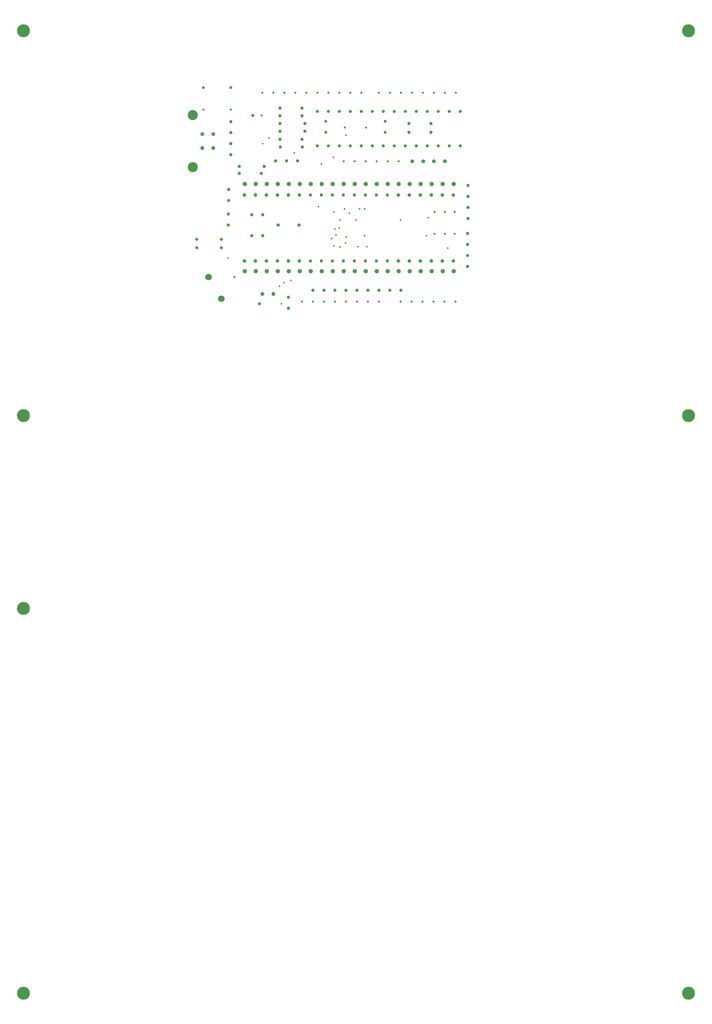
<source format=gbr>
G04 PROTEUS GERBER X2 FILE*
%TF.GenerationSoftware,Labcenter,Proteus,8.17-SP5-Build39395*%
%TF.CreationDate,2026-01-10T11:00:32+00:00*%
%TF.FileFunction,Plated,1,2,PTH*%
%TF.FilePolarity,Positive*%
%TF.Part,Single*%
%TF.SameCoordinates,{bf2e7aaa-9c56-4ce5-bc4f-43878dba84a3}*%
%FSLAX45Y45*%
%MOMM*%
G01*
%TA.AperFunction,ViaDrill*%
%ADD159C,0.381000*%
%TA.AperFunction,MechanicalDrill*%
%ADD160C,3.000000*%
%TA.AperFunction,ComponentDrill*%
%ADD161C,1.016000*%
%TA.AperFunction,ComponentDrill*%
%ADD162C,0.812800*%
%ADD163C,0.762000*%
%TA.AperFunction,ComponentDrill*%
%ADD164C,0.508000*%
%ADD165C,1.524000*%
%TA.AperFunction,ComponentDrill*%
%ADD166C,0.635000*%
%TA.AperFunction,ComponentDrill*%
%ADD167C,0.730000*%
%TA.AperFunction,ComponentDrill*%
%ADD168C,0.700000*%
%ADD169C,0.500000*%
%ADD170C,0.870000*%
%TA.AperFunction,ComponentDrill*%
%ADD171C,0.914400*%
%ADD172C,2.311400*%
%TA.AperFunction,ComponentDrill*%
%ADD173C,0.787400*%
%ADD174C,0.381000*%
%ADD175C,0.711200*%
%TD.AperFunction*%
D159*
X-2922584Y+5866649D03*
X-2112782Y+8505784D03*
X-190500Y+8699500D03*
X-1968500Y+8636000D03*
X+286426Y+6129503D03*
X+87804Y+6129396D03*
X+243174Y+7003499D03*
X+122872Y+7003315D03*
X+1673111Y+6383020D03*
X+2159000Y+6096000D03*
X+1714500Y+6794500D03*
X-471621Y+6924491D03*
X-480000Y+8195527D03*
X-825500Y+7048500D03*
X+239984Y+6380004D03*
X-1458470Y+5347432D03*
X-1623472Y+5300000D03*
X-444501Y+6539124D03*
X-329405Y+6745229D03*
X+36253Y+6745229D03*
X+1069845Y+6745229D03*
X-760033Y+8041280D03*
X-1383120Y+8294963D03*
X-423853Y+6397102D03*
X-474168Y+6143364D03*
X-118977Y+6897631D03*
X-525516Y+6315509D03*
X-230011Y+7001982D03*
X-183144Y+6351238D03*
X-340626Y+6558191D03*
X-327275Y+6120730D03*
X-196497Y+6217719D03*
X-1723266Y+5212428D03*
D160*
X+7724100Y+11114700D03*
X+7724100Y+2224700D03*
X-7642900Y+11114700D03*
X-7642900Y+2224700D03*
X+7724100Y-11115300D03*
X-7642900Y-2225300D03*
X-7642900Y-11115300D03*
D161*
X-2528000Y+5560000D03*
X-2274000Y+5560000D03*
X-2020000Y+5560000D03*
X-1766000Y+5560000D03*
X-1512000Y+5560000D03*
X-1258000Y+5560000D03*
X-1004000Y+5560000D03*
X-750000Y+5560000D03*
X-496000Y+5560000D03*
X-242000Y+5560000D03*
X+12000Y+5560000D03*
X+266000Y+5560000D03*
X+520000Y+5560000D03*
X+774000Y+5560000D03*
X+1028000Y+5560000D03*
X+1282000Y+5560000D03*
X+1536000Y+5560000D03*
X+1790000Y+5560000D03*
X+2044000Y+5560000D03*
X+2298000Y+5560000D03*
D162*
X+2292837Y+7324000D03*
X+2038837Y+7324000D03*
X+1784837Y+7324000D03*
X+1530837Y+7324000D03*
X+1276837Y+7324000D03*
X+1022837Y+7324000D03*
D163*
X+768837Y+7324000D03*
X+514837Y+7324000D03*
X+260837Y+7324000D03*
X+6837Y+7324000D03*
X-247163Y+7324000D03*
X-501163Y+7324000D03*
X-755163Y+7324000D03*
X-1009163Y+7324000D03*
D162*
X-1263163Y+7324000D03*
X-1517163Y+7324000D03*
X-1771163Y+7324000D03*
X-2025163Y+7324000D03*
X-2279163Y+7324000D03*
X-2533163Y+7324000D03*
X-2533163Y+5800000D03*
X-2279163Y+5800000D03*
X-2025163Y+5800000D03*
X-1771163Y+5800000D03*
X-1517163Y+5800000D03*
X-1263163Y+5800000D03*
D163*
X-1009163Y+5800000D03*
X-755163Y+5800000D03*
X-501163Y+5800000D03*
X-247163Y+5800000D03*
X+6837Y+5800000D03*
X+260837Y+5800000D03*
X+514837Y+5800000D03*
X+768837Y+5800000D03*
D162*
X+1022837Y+5800000D03*
X+1276837Y+5800000D03*
X+1530837Y+5800000D03*
X+1784837Y+5800000D03*
X+2038837Y+5800000D03*
X+2292837Y+5800000D03*
D161*
X+2293000Y+7580000D03*
X+2039000Y+7580000D03*
X+1785000Y+7580000D03*
X+1531000Y+7580000D03*
X+1277000Y+7580000D03*
X+1023000Y+7580000D03*
X+769000Y+7580000D03*
X+515000Y+7580000D03*
X+261000Y+7580000D03*
X+7000Y+7580000D03*
X-247000Y+7580000D03*
X-501000Y+7580000D03*
X-755000Y+7580000D03*
X-1009000Y+7580000D03*
X-1263000Y+7580000D03*
X-1517000Y+7580000D03*
X-1771000Y+7580000D03*
X-2025000Y+7580000D03*
X-2279000Y+7580000D03*
X-2533000Y+7580000D03*
D164*
X-2770000Y+5430000D03*
D165*
X-3370000Y+5430000D03*
X-3070000Y+4930000D03*
D163*
X-1520000Y+4710000D03*
X-1520000Y+4964000D03*
D166*
X-662000Y+8769000D03*
X-662000Y+9023000D03*
D164*
X+269605Y+8882000D03*
X-218395Y+8882000D03*
D167*
X+2446000Y+9254000D03*
X+2192000Y+9254000D03*
X+1938000Y+9254000D03*
X+1684000Y+9254000D03*
X+1430000Y+9254000D03*
X+1176000Y+9254000D03*
X+922000Y+9254000D03*
X+668000Y+9254000D03*
X+414000Y+9254000D03*
X+160000Y+9254000D03*
X-94000Y+9254000D03*
X-348000Y+9254000D03*
X-602000Y+9254000D03*
X-856000Y+9254000D03*
X-856000Y+8460000D03*
X-602000Y+8460000D03*
X-348000Y+8460000D03*
X-94000Y+8460000D03*
X+160000Y+8460000D03*
X+414000Y+8460000D03*
X+668000Y+8460000D03*
X+922000Y+8460000D03*
X+1176000Y+8460000D03*
X+1430000Y+8460000D03*
X+1684000Y+8460000D03*
X+1938000Y+8460000D03*
X+2192000Y+8460000D03*
X+2446000Y+8460000D03*
D168*
X-2340000Y+9160000D03*
D169*
X-2140000Y+9160000D03*
D163*
X-1140000Y+8800000D03*
X-1712000Y+8800000D03*
X-1714000Y+8609598D03*
X-1206000Y+8609598D03*
D166*
X+710000Y+8770000D03*
X+710000Y+9024000D03*
D163*
X-1718000Y+9150000D03*
X-1210000Y+9150000D03*
X-1140000Y+8970000D03*
X-1712000Y+8970000D03*
D170*
X+1340000Y+8100000D03*
X+1594000Y+8100000D03*
X+1840000Y+8100000D03*
X+2094000Y+8100000D03*
D164*
X-2118726Y+9688000D03*
X-1864726Y+9688000D03*
X-1610726Y+9688000D03*
X-1356726Y+9688000D03*
X-1102726Y+9688000D03*
X-848726Y+9688000D03*
X-594726Y+9688000D03*
X-340726Y+9688000D03*
X-86726Y+9688000D03*
X+167274Y+9688000D03*
X+573674Y+9688000D03*
X+827674Y+9688000D03*
X+1081674Y+9688000D03*
X+1335674Y+9688000D03*
X+1589674Y+9688000D03*
X+1843674Y+9688000D03*
X+2097674Y+9688000D03*
X+2351674Y+9688000D03*
X-1204326Y+4862000D03*
X-950326Y+4862000D03*
X-696326Y+4862000D03*
X-442326Y+4862000D03*
X-188326Y+4862000D03*
X+65674Y+4862000D03*
X+319674Y+4862000D03*
X+573674Y+4862000D03*
X+1071674Y+4862000D03*
X+1325674Y+4862000D03*
X+1579674Y+4862000D03*
X+1833674Y+4862000D03*
X+2087674Y+4862000D03*
X+2341674Y+4862000D03*
D163*
X+2620000Y+6430000D03*
X+2620000Y+6176000D03*
X+2620000Y+5922000D03*
X+2620000Y+5668000D03*
X+2630000Y+7542000D03*
X+2630000Y+7288000D03*
X+2630000Y+7034000D03*
X+2630000Y+6780000D03*
X+1080000Y+5120000D03*
X+826000Y+5120000D03*
X+572000Y+5120000D03*
X-956000Y+5120000D03*
X-702000Y+5120000D03*
X-448000Y+5120000D03*
X-188000Y+5120000D03*
X+66000Y+5120000D03*
X+320000Y+5120000D03*
X-1306000Y+8110000D03*
X-1560000Y+8110000D03*
X-1814000Y+8110000D03*
D164*
X-244000Y+8100000D03*
X+10000Y+8100000D03*
X+264000Y+8100000D03*
X+518000Y+8100000D03*
X+772000Y+8100000D03*
X+1026000Y+8100000D03*
D163*
X-1708000Y+8430000D03*
X-1200000Y+8430000D03*
X-1720000Y+9330000D03*
X-1212000Y+9330000D03*
D169*
X+2090000Y+6930000D03*
X+2090000Y+6422000D03*
X+2320000Y+6930000D03*
X+2320000Y+6422000D03*
X+1860000Y+6930000D03*
X+1860000Y+6422000D03*
D163*
X-2850000Y+9020000D03*
X-2850000Y+8766000D03*
X-2850000Y+8512000D03*
X-2850000Y+8258000D03*
D164*
X-3485000Y+9293599D03*
D166*
X-3485000Y+9801599D03*
D164*
X-2850000Y+9293599D03*
D166*
X-2850000Y+9801599D03*
D171*
X-3260000Y+8409960D03*
X-3260000Y+8730000D03*
X-3508920Y+8730000D03*
X-3508920Y+8409960D03*
D172*
X-3732440Y+9171960D03*
X-3732440Y+7968000D03*
D163*
X-2652000Y+7980000D03*
X-2080000Y+7980000D03*
X-2658000Y+7820000D03*
X-2150000Y+7820000D03*
X-2110000Y+6380000D03*
X-2364000Y+6380000D03*
X-2364000Y+6870000D03*
X-2110000Y+6870000D03*
D173*
X-1762241Y+6625759D03*
X-1274241Y+6625759D03*
D168*
X-3640000Y+6300000D03*
X-3640000Y+6100000D03*
X-3070000Y+6300000D03*
X-3070000Y+6100000D03*
D163*
X-2900000Y+7450000D03*
X-2900000Y+7196000D03*
X-2910000Y+6626000D03*
X-2910000Y+6880000D03*
D170*
X-1867200Y+5034800D03*
X-2121200Y+5034800D03*
D174*
X-1680000Y+4810000D03*
D175*
X-2188000Y+4810000D03*
D163*
X+1776000Y+8974198D03*
X+1268000Y+8974198D03*
X+1774917Y+8774000D03*
X+1266917Y+8774000D03*
M02*

</source>
